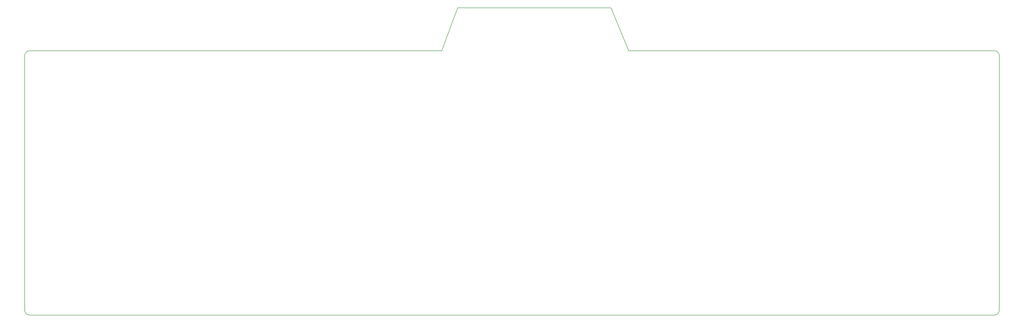
<source format=gbr>
G04 #@! TF.GenerationSoftware,KiCad,Pcbnew,(5.1.5)-2*
G04 #@! TF.CreationDate,2020-03-07T20:44:29+01:00*
G04 #@! TF.ProjectId,VIC20_kbd,56494332-305f-46b6-9264-2e6b69636164,rev?*
G04 #@! TF.SameCoordinates,Original*
G04 #@! TF.FileFunction,Profile,NP*
%FSLAX46Y46*%
G04 Gerber Fmt 4.6, Leading zero omitted, Abs format (unit mm)*
G04 Created by KiCad (PCBNEW (5.1.5)-2) date 2020-03-07 20:44:29*
%MOMM*%
%LPD*%
G04 APERTURE LIST*
%ADD10C,0.150000*%
G04 APERTURE END LIST*
D10*
X349510000Y-55260000D02*
G75*
G03X347510000Y-53260000I-2000000J0D01*
G01*
X347510000Y-153260000D02*
G75*
G03X349510000Y-151260000I0J2000000D01*
G01*
X-18180000Y-151260000D02*
G75*
G03X-16180000Y-153260000I2000000J0D01*
G01*
X-16180000Y-53260000D02*
G75*
G03X-18180000Y-55260000I0J-2000000D01*
G01*
X203010000Y-37020000D02*
X209720000Y-53260000D01*
X209720000Y-53260000D02*
X347510000Y-53260000D01*
X145190000Y-37020000D02*
X203010000Y-37020000D01*
X139190000Y-53260000D02*
X145190000Y-37020000D01*
X-16180000Y-53260000D02*
X139190000Y-53260000D01*
X349510000Y-151260000D02*
X349510000Y-55260000D01*
X-16180000Y-153260000D02*
X347510000Y-153260000D01*
X-18180000Y-55260000D02*
X-18180000Y-151260000D01*
M02*

</source>
